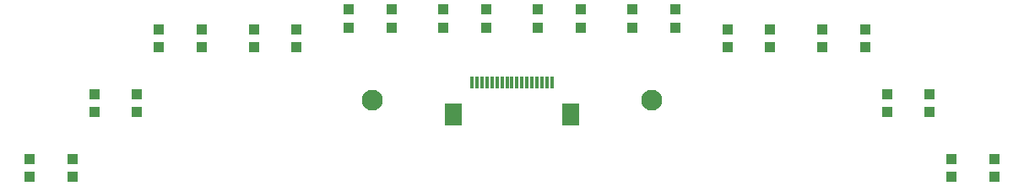
<source format=gbr>
%TF.GenerationSoftware,KiCad,Pcbnew,8.0.4*%
%TF.CreationDate,2024-11-30T14:16:15+01:00*%
%TF.ProjectId,Sensor_PCB,53656e73-6f72-45f5-9043-422e6b696361,rev?*%
%TF.SameCoordinates,Original*%
%TF.FileFunction,Soldermask,Top*%
%TF.FilePolarity,Negative*%
%FSLAX46Y46*%
G04 Gerber Fmt 4.6, Leading zero omitted, Abs format (unit mm)*
G04 Created by KiCad (PCBNEW 8.0.4) date 2024-11-30 14:16:15*
%MOMM*%
%LPD*%
G01*
G04 APERTURE LIST*
%ADD10R,1.000000X1.000000*%
%ADD11R,0.300000X1.300000*%
%ADD12R,1.800000X2.200000*%
%ADD13C,2.100000*%
G04 APERTURE END LIST*
D10*
%TO.C,IC1*%
X64850000Y-65900001D03*
X64850000Y-64099999D03*
X69150000Y-64099999D03*
X69150000Y-65900001D03*
%TD*%
%TO.C,IC9*%
X110650000Y-49100000D03*
X110650000Y-50900000D03*
X106350000Y-50900000D03*
X106350000Y-49100000D03*
%TD*%
%TO.C,IC3*%
X101150000Y-49100000D03*
X101150000Y-50900000D03*
X96850000Y-50900000D03*
X96850000Y-49100000D03*
%TD*%
%TO.C,IC7*%
X71350000Y-59400000D03*
X71350000Y-57600000D03*
X75650000Y-57600000D03*
X75650000Y-59400000D03*
%TD*%
%TO.C,IC10*%
X129650000Y-49100000D03*
X129650000Y-50900000D03*
X125350000Y-50900000D03*
X125350000Y-49100000D03*
%TD*%
%TO.C,IC2*%
X82150000Y-51099999D03*
X82150000Y-52900001D03*
X77850000Y-52900001D03*
X77850000Y-51099999D03*
%TD*%
%TO.C,IC6*%
X155150000Y-57600000D03*
X155150000Y-59400000D03*
X150850000Y-59400000D03*
X150850000Y-57600000D03*
%TD*%
%TO.C,IC11*%
X148650000Y-51100000D03*
X148650000Y-52900000D03*
X144350000Y-52900000D03*
X144350000Y-51100000D03*
%TD*%
D11*
%TO.C,SENSOR*%
X109250000Y-56400000D03*
X109750000Y-56400000D03*
X110250000Y-56400000D03*
X110750000Y-56400000D03*
X111250000Y-56400000D03*
X111750000Y-56400000D03*
X112250000Y-56400000D03*
X112750000Y-56400000D03*
X113250000Y-56400000D03*
X113750000Y-56400000D03*
X114250000Y-56400000D03*
X114750000Y-56400000D03*
X115250000Y-56400000D03*
X115750000Y-56400000D03*
X116250000Y-56400000D03*
X116750000Y-56400000D03*
X117250000Y-56400000D03*
D12*
X107350000Y-59650000D03*
X119150000Y-59650000D03*
%TD*%
D10*
%TO.C,IC12*%
X161650000Y-64100000D03*
X161650000Y-65900000D03*
X157350000Y-65900000D03*
X157350000Y-64100000D03*
%TD*%
%TO.C,IC4*%
X120150000Y-49100000D03*
X120150000Y-50900000D03*
X115850000Y-50900000D03*
X115850000Y-49100000D03*
%TD*%
%TO.C,IC8*%
X91650000Y-51100000D03*
X91650000Y-52900000D03*
X87350000Y-52900000D03*
X87350000Y-51100000D03*
%TD*%
%TO.C,IC5*%
X139150000Y-51100000D03*
X139150000Y-52900000D03*
X134850000Y-52900000D03*
X134850000Y-51100000D03*
%TD*%
D13*
%TO.C,REF\u002A\u002A*%
X127250000Y-58250000D03*
%TD*%
%TO.C,REF\u002A\u002A*%
X99250000Y-58250000D03*
%TD*%
M02*

</source>
